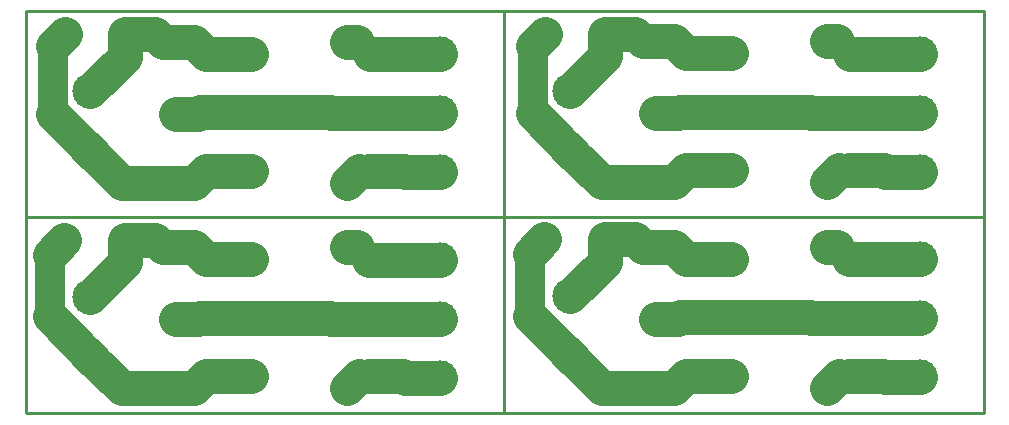
<source format=gbl>
G04 Layer_Physical_Order=2*
G04 Layer_Color=16711680*
%FSLAX43Y43*%
%MOMM*%
G71*
G01*
G75*
%ADD10C,0.254*%
%ADD11C,0.500*%
%ADD12C,3.000*%
%ADD13C,1.000*%
%ADD14C,2.500*%
%ADD15C,3.000*%
%ADD16C,2.300*%
%ADD17P,2.490X8X292.5*%
%ADD18C,2.000*%
%ADD19P,3.247X8X112.5*%
%ADD20R,2.000X2.000*%
D10*
X40513Y16637D02*
X81153D01*
X0D02*
X40513D01*
X0Y0D02*
Y34036D01*
X81153D01*
Y0D02*
Y34036D01*
X40513Y0D02*
Y34036D01*
X0Y0D02*
X81153D01*
D11*
X28067Y14050D02*
X29083Y13034D01*
X28248Y3134D02*
X29083D01*
X25781Y8084D02*
X25864Y8001D01*
X14605Y7954D02*
X14735Y8084D01*
X31979Y3134D02*
X32112Y3001D01*
X10973Y14685D02*
X11608Y14050D01*
X10996Y32084D02*
X11631Y31449D01*
X32002Y20533D02*
X32135Y20400D01*
X14628Y25353D02*
X14758Y25483D01*
X25804D02*
X25887Y25400D01*
X28271Y20533D02*
X29106D01*
X28090Y31449D02*
X29106Y30433D01*
X68730Y31496D02*
X69746Y30480D01*
X68911Y20580D02*
X69746D01*
X66444Y25530D02*
X66527Y25447D01*
X55268Y25400D02*
X55398Y25530D01*
X72642Y20580D02*
X72775Y20447D01*
X51636Y32131D02*
X52271Y31496D01*
X51613Y14732D02*
X52248Y14097D01*
X72619Y3181D02*
X72752Y3048D01*
X55245Y8001D02*
X55375Y8131D01*
X66421D02*
X66504Y8048D01*
X68888Y3181D02*
X69723D01*
X68707Y14097D02*
X69723Y13081D01*
D12*
X27226Y14050D02*
X28067D01*
X29116Y13001D02*
X35052D01*
X27226Y2112D02*
X28248Y3134D01*
X8382Y12780D02*
Y14685D01*
X5461Y9859D02*
X8382Y12780D01*
X15240Y13034D02*
X19083D01*
X14224Y14050D02*
X15240Y13034D01*
X25864Y8001D02*
X35052D01*
X16633Y8084D02*
X25781D01*
X14735D02*
X16633D01*
X12748Y7954D02*
X14605D01*
X32112Y3001D02*
X35052D01*
X29083Y3134D02*
X31979D01*
X11608Y14050D02*
X14224D01*
X8382Y14685D02*
X10973D01*
X14224Y2112D02*
X15246Y3134D01*
X19083D01*
X2032Y13438D02*
X3279Y14685D01*
X5461Y4779D02*
X8128Y2112D01*
X14224D01*
X2032Y8208D02*
X5461Y4779D01*
X8151Y19511D02*
X14247D01*
X5484Y22178D02*
X8151Y19511D01*
X15269Y20533D02*
X19106D01*
X14247Y19511D02*
X15269Y20533D01*
X8405Y32084D02*
X10996D01*
X11631Y31449D02*
X14247D01*
X29106Y20533D02*
X32002D01*
X32135Y20400D02*
X35075D01*
X12771Y25353D02*
X14628D01*
X14758Y25483D02*
X16656D01*
X25804D01*
X25887Y25400D02*
X35075D01*
X14247Y31449D02*
X15263Y30433D01*
X19106D01*
X5484Y27258D02*
X8405Y30179D01*
Y32084D01*
X27249Y19511D02*
X28271Y20533D01*
X29139Y30400D02*
X35075D01*
X27249Y31449D02*
X28090D01*
X2286Y25376D02*
X5484Y22178D01*
X2286Y31068D02*
X3302Y32084D01*
X42926Y31115D02*
X43942Y32131D01*
X42926Y25423D02*
X46124Y22225D01*
X67889Y31496D02*
X68730D01*
X69779Y30447D02*
X75715D01*
X67889Y19558D02*
X68911Y20580D01*
X49045Y30226D02*
Y32131D01*
X46124Y27305D02*
X49045Y30226D01*
X55903Y30480D02*
X59746D01*
X54887Y31496D02*
X55903Y30480D01*
X66527Y25447D02*
X75715D01*
X57296Y25530D02*
X66444D01*
X55398D02*
X57296D01*
X53411Y25400D02*
X55268D01*
X72775Y20447D02*
X75715D01*
X69746Y20580D02*
X72642D01*
X52271Y31496D02*
X54887D01*
X49045Y32131D02*
X51636D01*
X54887Y19558D02*
X55909Y20580D01*
X59746D01*
X46124Y22225D02*
X48791Y19558D01*
X54887D01*
X42672Y8255D02*
X46101Y4826D01*
X48768Y2159D02*
X54864D01*
X46101Y4826D02*
X48768Y2159D01*
X42672Y13485D02*
X43919Y14732D01*
X55886Y3181D02*
X59723D01*
X54864Y2159D02*
X55886Y3181D01*
X49022Y14732D02*
X51613D01*
X52248Y14097D02*
X54864D01*
X69723Y3181D02*
X72619D01*
X72752Y3048D02*
X75692D01*
X53388Y8001D02*
X55245D01*
X55375Y8131D02*
X57273D01*
X66421D01*
X66504Y8048D02*
X75692D01*
X54864Y14097D02*
X55880Y13081D01*
X59723D01*
X46101Y9906D02*
X49022Y12827D01*
Y14732D01*
X67866Y2159D02*
X68888Y3181D01*
X69756Y13048D02*
X75692D01*
X67866Y14097D02*
X68707D01*
D13*
X29083Y13034D02*
X29116Y13001D01*
X29106Y30433D02*
X29139Y30400D01*
X69746Y30480D02*
X69779Y30447D01*
X69723Y13081D02*
X69756Y13048D01*
D14*
X2032Y8208D02*
Y13438D01*
X2286Y25376D02*
Y31068D01*
X42926Y25423D02*
Y31115D01*
X42672Y8255D02*
Y13485D01*
D15*
X35052Y8001D02*
D03*
Y3001D02*
D03*
Y13001D02*
D03*
X5461Y9859D02*
D03*
X5484Y27258D02*
D03*
X35075Y25400D02*
D03*
Y20400D02*
D03*
Y30400D02*
D03*
X75715Y25447D02*
D03*
Y20447D02*
D03*
Y30447D02*
D03*
X46124Y27305D02*
D03*
X46101Y9906D02*
D03*
X75692Y8048D02*
D03*
Y3048D02*
D03*
Y13048D02*
D03*
D16*
X29083Y13034D02*
D03*
Y3134D02*
D03*
X16633Y8084D02*
D03*
X29106Y30433D02*
D03*
Y20533D02*
D03*
X16656Y25483D02*
D03*
X69746Y30480D02*
D03*
Y20580D02*
D03*
X57296Y25530D02*
D03*
X69723Y13081D02*
D03*
Y3181D02*
D03*
X57273Y8131D02*
D03*
D17*
X19083Y13034D02*
D03*
Y3134D02*
D03*
X19106Y30433D02*
D03*
Y20533D02*
D03*
X59746Y30480D02*
D03*
Y20580D02*
D03*
X59723Y13081D02*
D03*
Y3181D02*
D03*
D18*
X27226Y2112D02*
D03*
X12748Y7954D02*
D03*
X27226Y14050D02*
D03*
X14224D02*
D03*
Y2112D02*
D03*
X3279Y14685D02*
D03*
X3302Y32084D02*
D03*
X27249Y19511D02*
D03*
X12771Y25353D02*
D03*
X27249Y31449D02*
D03*
X14247D02*
D03*
Y19511D02*
D03*
X67889Y19558D02*
D03*
X53411Y25400D02*
D03*
X67889Y31496D02*
D03*
X54887D02*
D03*
Y19558D02*
D03*
X43942Y32131D02*
D03*
X43919Y14732D02*
D03*
X67866Y2159D02*
D03*
X53388Y8001D02*
D03*
X67866Y14097D02*
D03*
X54864D02*
D03*
Y2159D02*
D03*
D19*
X5461Y4779D02*
D03*
X5484Y22178D02*
D03*
X46124Y22225D02*
D03*
X46101Y4826D02*
D03*
D20*
X8382Y14685D02*
D03*
X8405Y32084D02*
D03*
X49045Y32131D02*
D03*
X49022Y14732D02*
D03*
M02*

</source>
